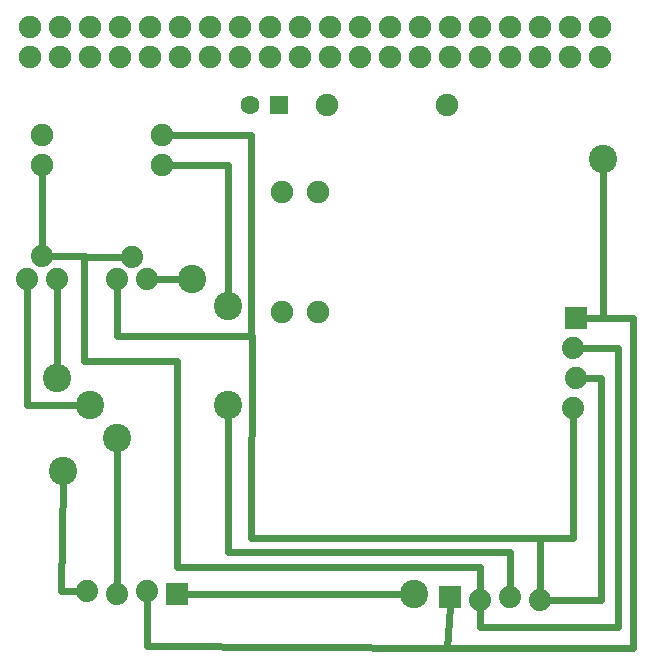
<source format=gbl>
G04 MADE WITH FRITZING*
G04 WWW.FRITZING.ORG*
G04 DOUBLE SIDED*
G04 HOLES PLATED*
G04 CONTOUR ON CENTER OF CONTOUR VECTOR*
%ASAXBY*%
%FSLAX23Y23*%
%MOIN*%
%OFA0B0*%
%SFA1.0B1.0*%
%ADD10C,0.075000*%
%ADD11C,0.094488*%
%ADD12C,0.075361*%
%ADD13C,0.062992*%
%ADD14C,0.074000*%
%ADD15R,0.062992X0.062992*%
%ADD16C,0.024000*%
%ADD17R,0.001000X0.001000*%
%LNCOPPER0*%
G90*
G70*
G54D10*
X1090Y1885D03*
X1490Y1885D03*
G54D11*
X2010Y1705D03*
X300Y885D03*
X640Y1305D03*
X190Y975D03*
X760Y885D03*
X760Y1215D03*
X390Y775D03*
X1380Y255D03*
X210Y665D03*
G54D12*
X100Y2045D03*
X200Y2045D03*
X300Y2045D03*
X400Y2045D03*
X500Y2045D03*
X600Y2045D03*
X700Y2045D03*
X800Y2045D03*
X900Y2045D03*
X1000Y2045D03*
X1100Y2045D03*
X1200Y2045D03*
X1300Y2045D03*
X1400Y2045D03*
X1500Y2045D03*
X1600Y2045D03*
X1700Y2045D03*
X1800Y2045D03*
X1900Y2045D03*
X2000Y2045D03*
X2000Y2145D03*
X1900Y2145D03*
X1800Y2145D03*
X1700Y2145D03*
X1600Y2145D03*
X1500Y2145D03*
X1400Y2145D03*
X1300Y2145D03*
X1200Y2145D03*
X1100Y2145D03*
X1000Y2145D03*
X900Y2145D03*
X800Y2145D03*
X700Y2145D03*
X600Y2145D03*
X500Y2145D03*
X400Y2145D03*
X300Y2145D03*
X200Y2145D03*
X100Y2145D03*
G54D13*
X930Y1885D03*
X832Y1885D03*
G54D10*
X1060Y1595D03*
X1060Y1195D03*
X940Y1595D03*
X940Y1195D03*
X140Y1685D03*
X540Y1685D03*
X140Y1785D03*
X540Y1785D03*
G54D14*
X1920Y1175D03*
X1910Y1075D03*
X1920Y975D03*
X1910Y875D03*
X590Y255D03*
X490Y265D03*
X390Y255D03*
X290Y265D03*
X1500Y245D03*
X1600Y235D03*
X1700Y245D03*
X1800Y235D03*
X390Y1305D03*
X440Y1380D03*
X490Y1305D03*
X89Y1307D03*
X139Y1382D03*
X189Y1307D03*
G54D15*
X930Y1885D03*
G54D16*
X2060Y1075D02*
X2060Y145D01*
D02*
X1941Y1075D02*
X2060Y1075D01*
D02*
X2060Y145D02*
X1600Y145D01*
D02*
X1600Y145D02*
X1600Y204D01*
D02*
X760Y1685D02*
X569Y1685D01*
D02*
X760Y1242D02*
X760Y1685D01*
D02*
X590Y346D02*
X589Y1034D01*
D02*
X589Y1034D02*
X280Y1034D01*
D02*
X1600Y346D02*
X590Y346D01*
D02*
X280Y1034D02*
X280Y1380D01*
D02*
X1600Y266D02*
X1600Y346D01*
D02*
X280Y1380D02*
X413Y1380D01*
D02*
X140Y1657D02*
X139Y1409D01*
D02*
X413Y1380D02*
X166Y1382D01*
D02*
X1499Y214D02*
X1491Y75D01*
D02*
X1491Y75D02*
X2111Y75D01*
D02*
X2111Y75D02*
X2111Y1175D01*
D02*
X1491Y75D02*
X490Y83D01*
D02*
X2111Y1175D02*
X1951Y1175D01*
D02*
X490Y83D02*
X490Y234D01*
D02*
X2010Y1175D02*
X2010Y1678D01*
D02*
X1951Y1175D02*
X2010Y1175D01*
D02*
X838Y1785D02*
X569Y1785D01*
D02*
X389Y1115D02*
X838Y1115D01*
D02*
X838Y1115D02*
X838Y1785D01*
D02*
X390Y1278D02*
X389Y1115D01*
D02*
X89Y885D02*
X273Y885D01*
D02*
X89Y1280D02*
X89Y885D01*
D02*
X613Y1305D02*
X517Y1305D01*
D02*
X189Y1280D02*
X190Y1002D01*
D02*
X390Y1116D02*
X390Y1278D01*
D02*
X838Y444D02*
X839Y1115D01*
D02*
X839Y1115D02*
X390Y1116D01*
D02*
X1800Y444D02*
X838Y444D01*
D02*
X1800Y266D02*
X1800Y444D01*
D02*
X760Y396D02*
X760Y858D01*
D02*
X1701Y396D02*
X760Y396D01*
D02*
X1700Y276D02*
X1701Y396D01*
D02*
X2003Y235D02*
X1832Y235D01*
D02*
X2003Y975D02*
X2003Y235D01*
D02*
X1951Y975D02*
X2003Y975D01*
D02*
X1910Y444D02*
X1800Y444D01*
D02*
X1910Y844D02*
X1910Y444D01*
D02*
X390Y286D02*
X390Y748D01*
D02*
X621Y255D02*
X1353Y255D01*
D02*
X203Y265D02*
X210Y638D01*
D02*
X259Y265D02*
X203Y265D01*
G54D17*
X1883Y1212D02*
X1956Y1212D01*
X1883Y1211D02*
X1956Y1211D01*
X1883Y1210D02*
X1956Y1210D01*
X1883Y1209D02*
X1956Y1209D01*
X1883Y1208D02*
X1956Y1208D01*
X1883Y1207D02*
X1956Y1207D01*
X1883Y1206D02*
X1956Y1206D01*
X1883Y1205D02*
X1956Y1205D01*
X1883Y1204D02*
X1956Y1204D01*
X1883Y1203D02*
X1956Y1203D01*
X1883Y1202D02*
X1956Y1202D01*
X1883Y1201D02*
X1956Y1201D01*
X1883Y1200D02*
X1956Y1200D01*
X1883Y1199D02*
X1956Y1199D01*
X1883Y1198D02*
X1956Y1198D01*
X1883Y1197D02*
X1956Y1197D01*
X1883Y1196D02*
X1956Y1196D01*
X1883Y1195D02*
X1914Y1195D01*
X1925Y1195D02*
X1956Y1195D01*
X1883Y1194D02*
X1911Y1194D01*
X1928Y1194D02*
X1956Y1194D01*
X1883Y1193D02*
X1909Y1193D01*
X1930Y1193D02*
X1956Y1193D01*
X1883Y1192D02*
X1908Y1192D01*
X1931Y1192D02*
X1956Y1192D01*
X1883Y1191D02*
X1906Y1191D01*
X1933Y1191D02*
X1956Y1191D01*
X1883Y1190D02*
X1905Y1190D01*
X1934Y1190D02*
X1956Y1190D01*
X1883Y1189D02*
X1904Y1189D01*
X1935Y1189D02*
X1956Y1189D01*
X1883Y1188D02*
X1903Y1188D01*
X1935Y1188D02*
X1956Y1188D01*
X1883Y1187D02*
X1903Y1187D01*
X1936Y1187D02*
X1956Y1187D01*
X1883Y1186D02*
X1902Y1186D01*
X1937Y1186D02*
X1956Y1186D01*
X1883Y1185D02*
X1901Y1185D01*
X1937Y1185D02*
X1956Y1185D01*
X1883Y1184D02*
X1901Y1184D01*
X1938Y1184D02*
X1956Y1184D01*
X1883Y1183D02*
X1900Y1183D01*
X1938Y1183D02*
X1956Y1183D01*
X1883Y1182D02*
X1900Y1182D01*
X1939Y1182D02*
X1956Y1182D01*
X1883Y1181D02*
X1900Y1181D01*
X1939Y1181D02*
X1956Y1181D01*
X1883Y1180D02*
X1899Y1180D01*
X1939Y1180D02*
X1956Y1180D01*
X1883Y1179D02*
X1899Y1179D01*
X1940Y1179D02*
X1956Y1179D01*
X1883Y1178D02*
X1899Y1178D01*
X1940Y1178D02*
X1956Y1178D01*
X1883Y1177D02*
X1899Y1177D01*
X1940Y1177D02*
X1956Y1177D01*
X1883Y1176D02*
X1899Y1176D01*
X1940Y1176D02*
X1956Y1176D01*
X1883Y1175D02*
X1899Y1175D01*
X1940Y1175D02*
X1956Y1175D01*
X1883Y1174D02*
X1899Y1174D01*
X1940Y1174D02*
X1956Y1174D01*
X1883Y1173D02*
X1899Y1173D01*
X1940Y1173D02*
X1956Y1173D01*
X1883Y1172D02*
X1899Y1172D01*
X1940Y1172D02*
X1956Y1172D01*
X1883Y1171D02*
X1899Y1171D01*
X1939Y1171D02*
X1956Y1171D01*
X1883Y1170D02*
X1900Y1170D01*
X1939Y1170D02*
X1956Y1170D01*
X1883Y1169D02*
X1900Y1169D01*
X1939Y1169D02*
X1956Y1169D01*
X1883Y1168D02*
X1900Y1168D01*
X1938Y1168D02*
X1956Y1168D01*
X1883Y1167D02*
X1901Y1167D01*
X1938Y1167D02*
X1956Y1167D01*
X1883Y1166D02*
X1901Y1166D01*
X1937Y1166D02*
X1956Y1166D01*
X1883Y1165D02*
X1902Y1165D01*
X1937Y1165D02*
X1956Y1165D01*
X1883Y1164D02*
X1903Y1164D01*
X1936Y1164D02*
X1956Y1164D01*
X1883Y1163D02*
X1904Y1163D01*
X1935Y1163D02*
X1956Y1163D01*
X1883Y1162D02*
X1904Y1162D01*
X1934Y1162D02*
X1956Y1162D01*
X1883Y1161D02*
X1905Y1161D01*
X1933Y1161D02*
X1956Y1161D01*
X1883Y1160D02*
X1907Y1160D01*
X1932Y1160D02*
X1956Y1160D01*
X1883Y1159D02*
X1908Y1159D01*
X1931Y1159D02*
X1956Y1159D01*
X1883Y1158D02*
X1910Y1158D01*
X1929Y1158D02*
X1956Y1158D01*
X1883Y1157D02*
X1912Y1157D01*
X1927Y1157D02*
X1956Y1157D01*
X1883Y1156D02*
X1915Y1156D01*
X1924Y1156D02*
X1956Y1156D01*
X1883Y1155D02*
X1956Y1155D01*
X1883Y1154D02*
X1956Y1154D01*
X1883Y1153D02*
X1956Y1153D01*
X1883Y1152D02*
X1956Y1152D01*
X1883Y1151D02*
X1956Y1151D01*
X1883Y1150D02*
X1956Y1150D01*
X1883Y1149D02*
X1956Y1149D01*
X1883Y1148D02*
X1956Y1148D01*
X1883Y1147D02*
X1956Y1147D01*
X1883Y1146D02*
X1956Y1146D01*
X1883Y1145D02*
X1956Y1145D01*
X1883Y1144D02*
X1956Y1144D01*
X1883Y1143D02*
X1956Y1143D01*
X1883Y1142D02*
X1956Y1142D01*
X1883Y1141D02*
X1956Y1141D01*
X1883Y1140D02*
X1956Y1140D01*
X1883Y1139D02*
X1956Y1139D01*
X553Y292D02*
X626Y292D01*
X553Y291D02*
X626Y291D01*
X553Y290D02*
X626Y290D01*
X553Y289D02*
X626Y289D01*
X553Y288D02*
X626Y288D01*
X553Y287D02*
X626Y287D01*
X553Y286D02*
X626Y286D01*
X553Y285D02*
X626Y285D01*
X553Y284D02*
X626Y284D01*
X553Y283D02*
X626Y283D01*
X553Y282D02*
X626Y282D01*
X1463Y282D02*
X1536Y282D01*
X553Y281D02*
X626Y281D01*
X1463Y281D02*
X1536Y281D01*
X553Y280D02*
X626Y280D01*
X1463Y280D02*
X1536Y280D01*
X553Y279D02*
X626Y279D01*
X1463Y279D02*
X1536Y279D01*
X553Y278D02*
X626Y278D01*
X1463Y278D02*
X1536Y278D01*
X553Y277D02*
X626Y277D01*
X1463Y277D02*
X1536Y277D01*
X553Y276D02*
X626Y276D01*
X1463Y276D02*
X1536Y276D01*
X553Y275D02*
X584Y275D01*
X595Y275D02*
X626Y275D01*
X1463Y275D02*
X1536Y275D01*
X553Y274D02*
X581Y274D01*
X598Y274D02*
X626Y274D01*
X1463Y274D02*
X1536Y274D01*
X553Y273D02*
X579Y273D01*
X600Y273D02*
X626Y273D01*
X1463Y273D02*
X1536Y273D01*
X553Y272D02*
X578Y272D01*
X602Y272D02*
X626Y272D01*
X1463Y272D02*
X1536Y272D01*
X553Y271D02*
X576Y271D01*
X603Y271D02*
X626Y271D01*
X1463Y271D02*
X1536Y271D01*
X553Y270D02*
X575Y270D01*
X604Y270D02*
X626Y270D01*
X1463Y270D02*
X1536Y270D01*
X553Y269D02*
X574Y269D01*
X605Y269D02*
X626Y269D01*
X1463Y269D02*
X1536Y269D01*
X553Y268D02*
X573Y268D01*
X606Y268D02*
X626Y268D01*
X1463Y268D02*
X1536Y268D01*
X553Y267D02*
X573Y267D01*
X607Y267D02*
X626Y267D01*
X1463Y267D02*
X1536Y267D01*
X553Y266D02*
X572Y266D01*
X607Y266D02*
X626Y266D01*
X1463Y266D02*
X1536Y266D01*
X553Y265D02*
X572Y265D01*
X608Y265D02*
X626Y265D01*
X1463Y265D02*
X1494Y265D01*
X1505Y265D02*
X1536Y265D01*
X553Y264D02*
X571Y264D01*
X608Y264D02*
X626Y264D01*
X1463Y264D02*
X1491Y264D01*
X1508Y264D02*
X1536Y264D01*
X553Y263D02*
X571Y263D01*
X609Y263D02*
X626Y263D01*
X1463Y263D02*
X1489Y263D01*
X1510Y263D02*
X1536Y263D01*
X553Y262D02*
X570Y262D01*
X609Y262D02*
X626Y262D01*
X1463Y262D02*
X1488Y262D01*
X1512Y262D02*
X1536Y262D01*
X553Y261D02*
X570Y261D01*
X609Y261D02*
X626Y261D01*
X1463Y261D02*
X1486Y261D01*
X1513Y261D02*
X1536Y261D01*
X553Y260D02*
X570Y260D01*
X610Y260D02*
X626Y260D01*
X1463Y260D02*
X1485Y260D01*
X1514Y260D02*
X1536Y260D01*
X553Y259D02*
X569Y259D01*
X610Y259D02*
X626Y259D01*
X1463Y259D02*
X1484Y259D01*
X1515Y259D02*
X1536Y259D01*
X553Y258D02*
X569Y258D01*
X610Y258D02*
X626Y258D01*
X1463Y258D02*
X1484Y258D01*
X1516Y258D02*
X1536Y258D01*
X553Y257D02*
X569Y257D01*
X610Y257D02*
X626Y257D01*
X1463Y257D02*
X1483Y257D01*
X1517Y257D02*
X1536Y257D01*
X553Y256D02*
X569Y256D01*
X610Y256D02*
X626Y256D01*
X1463Y256D02*
X1482Y256D01*
X1517Y256D02*
X1536Y256D01*
X553Y255D02*
X569Y255D01*
X610Y255D02*
X626Y255D01*
X1463Y255D02*
X1482Y255D01*
X1518Y255D02*
X1536Y255D01*
X553Y254D02*
X569Y254D01*
X610Y254D02*
X626Y254D01*
X1463Y254D02*
X1481Y254D01*
X1518Y254D02*
X1536Y254D01*
X553Y253D02*
X569Y253D01*
X610Y253D02*
X626Y253D01*
X1463Y253D02*
X1481Y253D01*
X1519Y253D02*
X1536Y253D01*
X553Y252D02*
X569Y252D01*
X610Y252D02*
X626Y252D01*
X1463Y252D02*
X1480Y252D01*
X1519Y252D02*
X1536Y252D01*
X553Y251D02*
X570Y251D01*
X610Y251D02*
X626Y251D01*
X1463Y251D02*
X1480Y251D01*
X1519Y251D02*
X1536Y251D01*
X553Y250D02*
X570Y250D01*
X609Y250D02*
X626Y250D01*
X1463Y250D02*
X1480Y250D01*
X1520Y250D02*
X1536Y250D01*
X553Y249D02*
X570Y249D01*
X609Y249D02*
X626Y249D01*
X1463Y249D02*
X1480Y249D01*
X1520Y249D02*
X1536Y249D01*
X553Y248D02*
X571Y248D01*
X609Y248D02*
X626Y248D01*
X1463Y248D02*
X1479Y248D01*
X1520Y248D02*
X1536Y248D01*
X553Y247D02*
X571Y247D01*
X608Y247D02*
X626Y247D01*
X1463Y247D02*
X1479Y247D01*
X1520Y247D02*
X1536Y247D01*
X553Y246D02*
X572Y246D01*
X608Y246D02*
X626Y246D01*
X1463Y246D02*
X1479Y246D01*
X1520Y246D02*
X1536Y246D01*
X553Y245D02*
X572Y245D01*
X607Y245D02*
X626Y245D01*
X1463Y245D02*
X1479Y245D01*
X1520Y245D02*
X1536Y245D01*
X553Y244D02*
X573Y244D01*
X606Y244D02*
X626Y244D01*
X1463Y244D02*
X1479Y244D01*
X1520Y244D02*
X1536Y244D01*
X553Y243D02*
X574Y243D01*
X605Y243D02*
X626Y243D01*
X1463Y243D02*
X1479Y243D01*
X1520Y243D02*
X1536Y243D01*
X553Y242D02*
X575Y242D01*
X605Y242D02*
X626Y242D01*
X1463Y242D02*
X1480Y242D01*
X1520Y242D02*
X1536Y242D01*
X553Y241D02*
X576Y241D01*
X604Y241D02*
X626Y241D01*
X1463Y241D02*
X1480Y241D01*
X1520Y241D02*
X1536Y241D01*
X553Y240D02*
X577Y240D01*
X602Y240D02*
X626Y240D01*
X1463Y240D02*
X1480Y240D01*
X1519Y240D02*
X1536Y240D01*
X553Y239D02*
X578Y239D01*
X601Y239D02*
X626Y239D01*
X1463Y239D02*
X1480Y239D01*
X1519Y239D02*
X1536Y239D01*
X553Y238D02*
X580Y238D01*
X599Y238D02*
X626Y238D01*
X1463Y238D02*
X1481Y238D01*
X1519Y238D02*
X1536Y238D01*
X553Y237D02*
X582Y237D01*
X597Y237D02*
X626Y237D01*
X1463Y237D02*
X1481Y237D01*
X1518Y237D02*
X1536Y237D01*
X553Y236D02*
X586Y236D01*
X593Y236D02*
X626Y236D01*
X1463Y236D02*
X1482Y236D01*
X1518Y236D02*
X1536Y236D01*
X553Y235D02*
X626Y235D01*
X1463Y235D02*
X1482Y235D01*
X1517Y235D02*
X1536Y235D01*
X553Y234D02*
X626Y234D01*
X1463Y234D02*
X1483Y234D01*
X1516Y234D02*
X1536Y234D01*
X553Y233D02*
X626Y233D01*
X1463Y233D02*
X1484Y233D01*
X1516Y233D02*
X1536Y233D01*
X553Y232D02*
X626Y232D01*
X1463Y232D02*
X1485Y232D01*
X1515Y232D02*
X1536Y232D01*
X553Y231D02*
X626Y231D01*
X1463Y231D02*
X1486Y231D01*
X1514Y231D02*
X1536Y231D01*
X553Y230D02*
X626Y230D01*
X1463Y230D02*
X1487Y230D01*
X1512Y230D02*
X1536Y230D01*
X553Y229D02*
X626Y229D01*
X1463Y229D02*
X1488Y229D01*
X1511Y229D02*
X1536Y229D01*
X553Y228D02*
X626Y228D01*
X1463Y228D02*
X1490Y228D01*
X1509Y228D02*
X1536Y228D01*
X553Y227D02*
X626Y227D01*
X1463Y227D02*
X1492Y227D01*
X1507Y227D02*
X1536Y227D01*
X553Y226D02*
X626Y226D01*
X1463Y226D02*
X1496Y226D01*
X1504Y226D02*
X1536Y226D01*
X553Y225D02*
X626Y225D01*
X1463Y225D02*
X1536Y225D01*
X553Y224D02*
X626Y224D01*
X1463Y224D02*
X1536Y224D01*
X553Y223D02*
X626Y223D01*
X1463Y223D02*
X1536Y223D01*
X553Y222D02*
X626Y222D01*
X1463Y222D02*
X1536Y222D01*
X553Y221D02*
X626Y221D01*
X1463Y221D02*
X1536Y221D01*
X553Y220D02*
X626Y220D01*
X1463Y220D02*
X1536Y220D01*
X553Y219D02*
X626Y219D01*
X1463Y219D02*
X1536Y219D01*
X1463Y218D02*
X1536Y218D01*
X1463Y217D02*
X1536Y217D01*
X1463Y216D02*
X1536Y216D01*
X1463Y215D02*
X1536Y215D01*
X1463Y214D02*
X1536Y214D01*
X1463Y213D02*
X1536Y213D01*
X1463Y212D02*
X1536Y212D01*
X1463Y211D02*
X1536Y211D01*
X1463Y210D02*
X1536Y210D01*
X1463Y209D02*
X1536Y209D01*
D02*
G04 End of Copper0*
M02*
</source>
